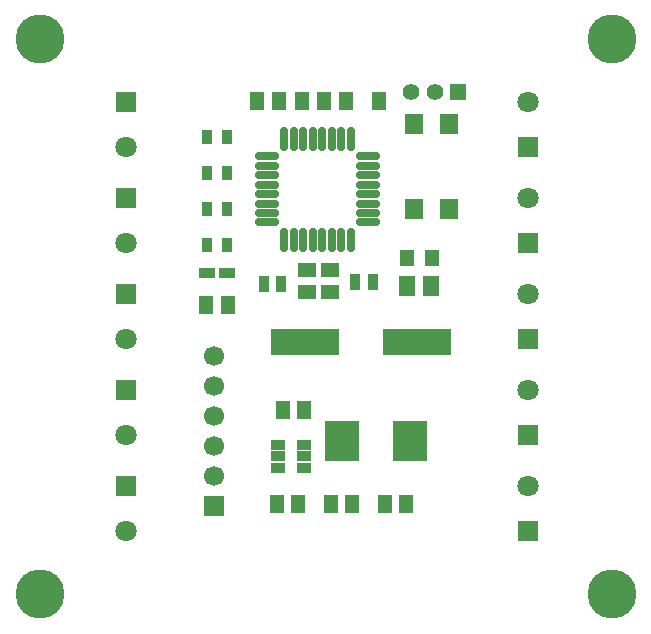
<source format=gts>
G04*
G04 #@! TF.GenerationSoftware,Altium Limited,Altium Designer,23.3.1 (30)*
G04*
G04 Layer_Color=8388736*
%FSLAX25Y25*%
%MOIN*%
G70*
G04*
G04 #@! TF.SameCoordinates,DDE6331C-4F95-4F18-AA14-E53DA5D8DD09*
G04*
G04*
G04 #@! TF.FilePolarity,Negative*
G04*
G01*
G75*
%ADD28R,0.03367X0.04969*%
%ADD30R,0.03740X0.05315*%
%ADD32R,0.06102X0.06890*%
%ADD33R,0.05118X0.06299*%
%ADD34O,0.02953X0.08268*%
%ADD35O,0.08268X0.02953*%
%ADD36R,0.04528X0.03347*%
%ADD37R,0.11811X0.13189*%
%ADD38R,0.06299X0.05118*%
%ADD39R,0.22638X0.08858*%
%ADD40R,0.04921X0.05709*%
%ADD41R,0.04528X0.06102*%
%ADD42R,0.05512X0.06693*%
%ADD43R,0.05315X0.03347*%
%ADD44C,0.05472*%
%ADD45R,0.05472X0.05472*%
%ADD46R,0.06693X0.06693*%
%ADD47C,0.06693*%
%ADD48R,0.07087X0.07087*%
%ADD49C,0.07087*%
%ADD50C,0.16339*%
D28*
X223750Y258000D02*
D03*
X217250D02*
D03*
X223750Y246000D02*
D03*
X217250D02*
D03*
Y234000D02*
D03*
X223750D02*
D03*
Y270000D02*
D03*
X217250D02*
D03*
D30*
X272453Y221500D02*
D03*
X266547D02*
D03*
X236047Y221000D02*
D03*
X241953D02*
D03*
D32*
X297905Y245827D02*
D03*
Y274173D02*
D03*
X286094Y245827D02*
D03*
Y274173D02*
D03*
D33*
X224043Y214000D02*
D03*
X216957D02*
D03*
X240457Y147500D02*
D03*
X247543D02*
D03*
X242457Y179000D02*
D03*
X249543D02*
D03*
X265543Y147500D02*
D03*
X258457D02*
D03*
X276457D02*
D03*
X283543D02*
D03*
X248957Y282000D02*
D03*
X256043D02*
D03*
X233957D02*
D03*
X241043D02*
D03*
D34*
X242976Y235768D02*
D03*
X246126D02*
D03*
X249276D02*
D03*
X252425D02*
D03*
X255575D02*
D03*
X258724D02*
D03*
X261874D02*
D03*
X265024D02*
D03*
Y269232D02*
D03*
X261874D02*
D03*
X258724D02*
D03*
X255575D02*
D03*
X252425D02*
D03*
X249276D02*
D03*
X246126D02*
D03*
X242976D02*
D03*
D35*
X270732Y241476D02*
D03*
Y244626D02*
D03*
Y247776D02*
D03*
Y250925D02*
D03*
Y254075D02*
D03*
Y257224D02*
D03*
Y260374D02*
D03*
Y263524D02*
D03*
X237268D02*
D03*
Y260374D02*
D03*
Y257224D02*
D03*
Y254075D02*
D03*
Y250925D02*
D03*
Y247776D02*
D03*
Y244626D02*
D03*
Y241476D02*
D03*
D36*
X240673Y167240D02*
D03*
Y163500D02*
D03*
Y159760D02*
D03*
X249327D02*
D03*
Y163500D02*
D03*
Y167240D02*
D03*
D37*
X284720Y168500D02*
D03*
X262280D02*
D03*
D38*
X250500Y218457D02*
D03*
Y225543D02*
D03*
X258000Y218457D02*
D03*
Y225543D02*
D03*
D39*
X287201Y201500D02*
D03*
X249799D02*
D03*
D40*
X283866Y229500D02*
D03*
X292134D02*
D03*
D41*
X274512Y282000D02*
D03*
X263488D02*
D03*
D42*
X283799Y220398D02*
D03*
X291870D02*
D03*
D43*
X217154Y224500D02*
D03*
X223847D02*
D03*
D44*
X285126Y285000D02*
D03*
X293000D02*
D03*
D45*
X300874D02*
D03*
D46*
X219500Y147000D02*
D03*
D47*
Y157000D02*
D03*
Y167000D02*
D03*
Y177000D02*
D03*
Y187000D02*
D03*
Y197000D02*
D03*
D48*
X324000Y234500D02*
D03*
Y202500D02*
D03*
Y170500D02*
D03*
Y266500D02*
D03*
Y138500D02*
D03*
X190000Y249500D02*
D03*
Y153500D02*
D03*
Y185500D02*
D03*
Y217500D02*
D03*
Y281500D02*
D03*
D49*
X324000Y249500D02*
D03*
Y217500D02*
D03*
Y185500D02*
D03*
Y281500D02*
D03*
Y153500D02*
D03*
X190000Y234500D02*
D03*
Y138500D02*
D03*
Y170500D02*
D03*
Y202500D02*
D03*
Y266500D02*
D03*
D50*
X352000Y117500D02*
D03*
Y302500D02*
D03*
X161500Y117500D02*
D03*
Y302500D02*
D03*
M02*

</source>
